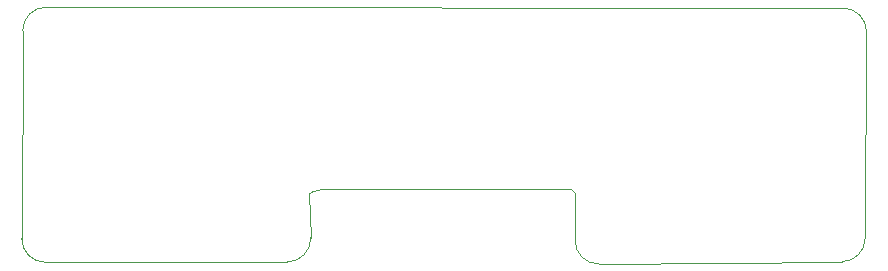
<source format=gbr>
%TF.GenerationSoftware,KiCad,Pcbnew,9.0.5*%
%TF.CreationDate,2025-12-21T06:59:47+02:00*%
%TF.ProjectId,cheating-calc,63686561-7469-46e6-972d-63616c632e6b,rev?*%
%TF.SameCoordinates,Original*%
%TF.FileFunction,Profile,NP*%
%FSLAX46Y46*%
G04 Gerber Fmt 4.6, Leading zero omitted, Abs format (unit mm)*
G04 Created by KiCad (PCBNEW 9.0.5) date 2025-12-21 06:59:47*
%MOMM*%
%LPD*%
G01*
G04 APERTURE LIST*
%TA.AperFunction,Profile*%
%ADD10C,0.100000*%
%TD*%
G04 APERTURE END LIST*
D10*
X110225143Y-67883125D02*
G75*
G02*
X111146297Y-67658206I921457J-1775075D01*
G01*
X132154889Y-67654889D02*
X132500000Y-68000000D01*
X85730952Y-54232867D02*
G75*
G02*
X87732883Y-52241036I1999948J-8133D01*
G01*
X155181309Y-52306720D02*
G75*
G02*
X157179345Y-54318657I-1909J-1999980D01*
G01*
X155181309Y-52306720D02*
X87732883Y-52241040D01*
X134518043Y-73981794D02*
G75*
G02*
X132500025Y-71981875I-18043J1999894D01*
G01*
X132500000Y-68000000D02*
X132500000Y-71981875D01*
X110123613Y-71745798D02*
G75*
G02*
X108128032Y-73811700I-1998813J-66002D01*
G01*
X157074930Y-71808192D02*
X157179325Y-54318657D01*
X134518043Y-73981794D02*
X155093009Y-73796172D01*
X110000000Y-68000000D02*
X110225143Y-67883125D01*
X87662336Y-73845847D02*
G75*
G02*
X85659067Y-71837677I-3336J1999947D01*
G01*
X110123613Y-71745798D02*
X110000000Y-68000000D01*
X157074930Y-71808192D02*
G75*
G02*
X155093009Y-73796184I-1999930J11892D01*
G01*
X111146297Y-67658201D02*
X132154889Y-67654889D01*
X85730952Y-54232867D02*
X85659022Y-71837677D01*
X87662336Y-73845847D02*
X108128032Y-73811760D01*
M02*

</source>
